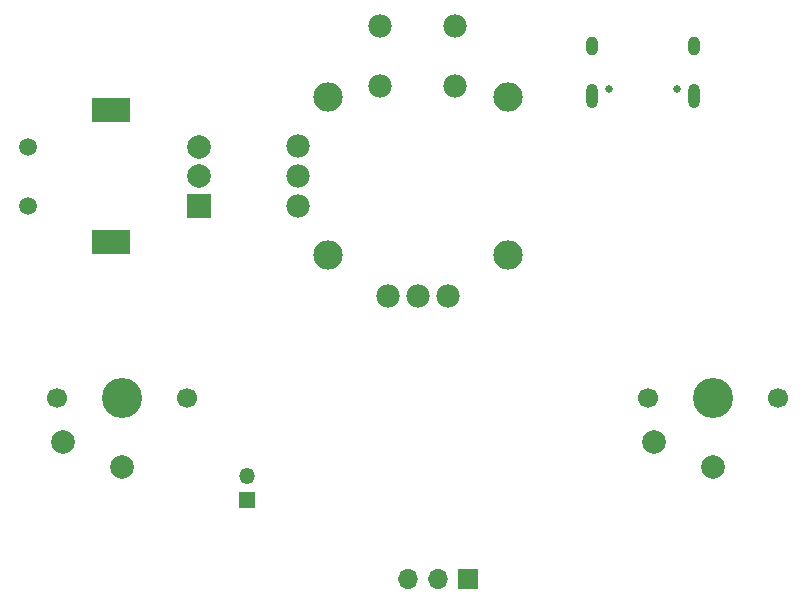
<source format=gts>
%TF.GenerationSoftware,KiCad,Pcbnew,(6.0.0)*%
%TF.CreationDate,2021-12-27T13:21:06-08:00*%
%TF.ProjectId,Microtus-rp2040,4d696372-6f74-4757-932d-727032303430,rev?*%
%TF.SameCoordinates,Original*%
%TF.FileFunction,Soldermask,Top*%
%TF.FilePolarity,Negative*%
%FSLAX46Y46*%
G04 Gerber Fmt 4.6, Leading zero omitted, Abs format (unit mm)*
G04 Created by KiCad (PCBNEW (6.0.0)) date 2021-12-27 13:21:06*
%MOMM*%
%LPD*%
G01*
G04 APERTURE LIST*
%ADD10R,1.700000X1.700000*%
%ADD11O,1.700000X1.700000*%
%ADD12R,1.350000X1.350000*%
%ADD13O,1.350000X1.350000*%
%ADD14O,1.000000X1.600000*%
%ADD15C,0.650000*%
%ADD16O,1.000000X2.100000*%
%ADD17C,1.500000*%
%ADD18R,3.200000X2.000000*%
%ADD19C,2.000000*%
%ADD20R,2.000000X2.000000*%
%ADD21C,3.400000*%
%ADD22C,1.700000*%
%ADD23C,1.981200*%
%ADD24C,2.489200*%
G04 APERTURE END LIST*
D10*
%TO.C,J3*%
X38735000Y-48330000D03*
D11*
X36195000Y-48330000D03*
X33655000Y-48330000D03*
%TD*%
D12*
%TO.C,JP1*%
X20066000Y-41656000D03*
D13*
X20066000Y-39656000D03*
%TD*%
D14*
%TO.C,J2*%
X57914000Y-3268000D03*
D15*
X56484000Y-6918000D03*
D14*
X49274000Y-3268000D03*
D15*
X50704000Y-6918000D03*
D16*
X49274000Y-7448000D03*
X57914000Y-7448000D03*
%TD*%
D17*
%TO.C,SW5*%
X1510000Y-11764000D03*
X1510000Y-16764000D03*
D18*
X8510000Y-8664000D03*
X8510000Y-19864000D03*
D19*
X16010000Y-11764000D03*
X16010000Y-14264000D03*
D20*
X16010000Y-16764000D03*
%TD*%
D21*
%TO.C,SW3*%
X59500000Y-33000000D03*
D19*
X59500000Y-38900000D03*
X54500000Y-36800000D03*
D22*
X54000000Y-33000000D03*
X65000000Y-33000000D03*
%TD*%
D21*
%TO.C,SW1*%
X9500000Y-33000000D03*
D19*
X9500000Y-38900000D03*
X4500000Y-36800000D03*
D22*
X4000000Y-33000000D03*
X15000000Y-33000000D03*
%TD*%
D23*
%TO.C,S1*%
X31325000Y-1524000D03*
X37675000Y-1524000D03*
X31325000Y-6604000D03*
X37675000Y-6604000D03*
X31960000Y-24384000D03*
X34500000Y-24384000D03*
X37040000Y-24384000D03*
D24*
X26880000Y-7556500D03*
X26880000Y-20891500D03*
X42120000Y-20891500D03*
X42120000Y-7556500D03*
D23*
X24340000Y-11684000D03*
X24340000Y-14224000D03*
X24340000Y-16764000D03*
%TD*%
M02*

</source>
